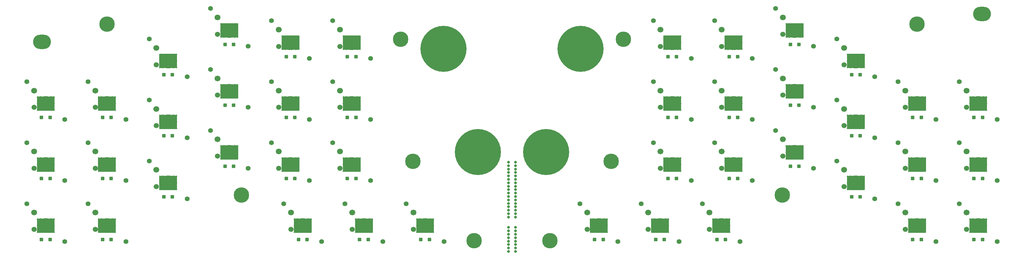
<source format=gbs>
G04 #@! TF.GenerationSoftware,KiCad,Pcbnew,7.0.5-0*
G04 #@! TF.CreationDate,2023-06-04T16:05:39+02:00*
G04 #@! TF.ProjectId,kbd,6b62642e-6b69-4636-9164-5f7063625858,v1.0.0*
G04 #@! TF.SameCoordinates,Original*
G04 #@! TF.FileFunction,Soldermask,Bot*
G04 #@! TF.FilePolarity,Negative*
%FSLAX46Y46*%
G04 Gerber Fmt 4.6, Leading zero omitted, Abs format (unit mm)*
G04 Created by KiCad (PCBNEW 7.0.5-0) date 2023-06-04 16:05:39*
%MOMM*%
%LPD*%
G01*
G04 APERTURE LIST*
G04 Aperture macros list*
%AMRoundRect*
0 Rectangle with rounded corners*
0 $1 Rounding radius*
0 $2 $3 $4 $5 $6 $7 $8 $9 X,Y pos of 4 corners*
0 Add a 4 corners polygon primitive as box body*
4,1,4,$2,$3,$4,$5,$6,$7,$8,$9,$2,$3,0*
0 Add four circle primitives for the rounded corners*
1,1,$1+$1,$2,$3*
1,1,$1+$1,$4,$5*
1,1,$1+$1,$6,$7*
1,1,$1+$1,$8,$9*
0 Add four rect primitives between the rounded corners*
20,1,$1+$1,$2,$3,$4,$5,0*
20,1,$1+$1,$4,$5,$6,$7,0*
20,1,$1+$1,$6,$7,$8,$9,0*
20,1,$1+$1,$8,$9,$2,$3,0*%
G04 Aperture macros list end*
%ADD10C,1.400000*%
%ADD11O,0.400000X4.200000*%
%ADD12O,2.100000X4.200000*%
%ADD13O,5.200000X0.400000*%
%ADD14O,5.200000X4.200000*%
%ADD15C,1.700000*%
%ADD16C,1.500000*%
%ADD17C,0.800000*%
%ADD18C,4.500000*%
%ADD19C,13.400000*%
%ADD20RoundRect,0.300000X0.250000X0.250000X-0.250000X0.250000X-0.250000X-0.250000X0.250000X-0.250000X0*%
G04 APERTURE END LIST*
D10*
G04 #@! TO.C,S13*
X165579992Y-76769836D03*
D11*
X168680000Y-83170000D03*
D12*
X169530000Y-83170000D03*
D13*
X171080000Y-81270000D03*
D14*
X171080000Y-83170000D03*
D13*
X171080000Y-85070000D03*
D12*
X172630000Y-83170000D03*
D11*
X173480000Y-83170000D03*
D10*
X176579992Y-87769836D03*
D15*
X167679992Y-79369836D03*
D16*
X167679992Y-84269836D03*
G04 #@! TD*
D10*
G04 #@! TO.C,S14*
X165579992Y-58999836D03*
D11*
X168680000Y-65400000D03*
D12*
X169530000Y-65400000D03*
D13*
X171080000Y-63500000D03*
D14*
X171080000Y-65400000D03*
D13*
X171080000Y-67300000D03*
D12*
X172630000Y-65400000D03*
D11*
X173480000Y-65400000D03*
D10*
X176579992Y-69999836D03*
D15*
X167679992Y-61599836D03*
D16*
X167679992Y-66499836D03*
G04 #@! TD*
D17*
G04 #@! TO.C,_67*
X155234370Y-92003500D03*
X155711678Y-90851178D03*
X155711678Y-93155822D03*
X156864000Y-90373870D03*
D18*
X156864000Y-92003500D03*
D17*
X156864000Y-93633130D03*
X158016322Y-90851178D03*
X158016322Y-93155822D03*
X158493630Y-92003500D03*
G04 #@! TD*
D10*
G04 #@! TO.C,S34*
X294199992Y-76769836D03*
D11*
X297300000Y-83170000D03*
D12*
X298150000Y-83170000D03*
D13*
X299700000Y-81270000D03*
D14*
X299700000Y-83170000D03*
D13*
X299700000Y-85070000D03*
D12*
X301250000Y-83170000D03*
D11*
X302100000Y-83170000D03*
D10*
X305199992Y-87769836D03*
D15*
X296299992Y-79369836D03*
D16*
X296299992Y-84269836D03*
G04 #@! TD*
D19*
G04 #@! TO.C,_76*
X255275000Y-49460000D03*
G04 #@! TD*
D10*
G04 #@! TO.C,S6*
X112269992Y-58999836D03*
D11*
X115370000Y-65400000D03*
D12*
X116220000Y-65400000D03*
D13*
X117770000Y-63500000D03*
D14*
X117770000Y-65400000D03*
D13*
X117770000Y-67300000D03*
D12*
X119320000Y-65400000D03*
D11*
X120170000Y-65400000D03*
D10*
X123269992Y-69999836D03*
D15*
X114369992Y-61599836D03*
D16*
X114369992Y-66499836D03*
G04 #@! TD*
D10*
G04 #@! TO.C,S7*
X130039992Y-82100836D03*
D11*
X133140000Y-88501000D03*
D12*
X133990000Y-88501000D03*
D13*
X135540000Y-86601000D03*
D14*
X135540000Y-88501000D03*
D13*
X135540000Y-90401000D03*
D12*
X137090000Y-88501000D03*
D11*
X137940000Y-88501000D03*
D10*
X141039992Y-93100836D03*
D15*
X132139992Y-84700836D03*
D16*
X132139992Y-89600836D03*
G04 #@! TD*
D10*
G04 #@! TO.C,S19*
X169133992Y-94539836D03*
D11*
X172234000Y-100940000D03*
D12*
X173084000Y-100940000D03*
D13*
X174634000Y-99040000D03*
D14*
X174634000Y-100940000D03*
D13*
X174634000Y-102840000D03*
D12*
X176184000Y-100940000D03*
D11*
X177034000Y-100940000D03*
D10*
X180133992Y-105539836D03*
D15*
X171233992Y-97139836D03*
D16*
X171233992Y-102039836D03*
G04 #@! TD*
D19*
G04 #@! TO.C,_75*
X245275000Y-79460000D03*
G04 #@! TD*
D17*
G04 #@! TO.C,_71*
X351380370Y-42247500D03*
X351857678Y-41095178D03*
X351857678Y-43399822D03*
X353010000Y-40617870D03*
D18*
X353010000Y-42247500D03*
D17*
X353010000Y-43877130D03*
X354162322Y-41095178D03*
X354162322Y-43399822D03*
X354639630Y-42247500D03*
G04 #@! TD*
D10*
G04 #@! TO.C,S9*
X130039992Y-46560836D03*
D11*
X133140000Y-52961000D03*
D12*
X133990000Y-52961000D03*
D13*
X135540000Y-51061000D03*
D14*
X135540000Y-52961000D03*
D13*
X135540000Y-54861000D03*
D12*
X137090000Y-52961000D03*
D11*
X137940000Y-52961000D03*
D10*
X141039992Y-57560836D03*
D15*
X132139992Y-49160836D03*
D16*
X132139992Y-54060836D03*
G04 #@! TD*
D10*
G04 #@! TO.C,S1*
X94499992Y-94539836D03*
D11*
X97600000Y-100940000D03*
D12*
X98450000Y-100940000D03*
D13*
X100000000Y-99040000D03*
D14*
X100000000Y-100940000D03*
D13*
X100000000Y-102840000D03*
D12*
X101550000Y-100940000D03*
D11*
X102400000Y-100940000D03*
D10*
X105499992Y-105539836D03*
D15*
X96599992Y-97139836D03*
D16*
X96599992Y-102039836D03*
G04 #@! TD*
D10*
G04 #@! TO.C,S11*
X147809992Y-55445836D03*
D11*
X150910000Y-61846000D03*
D12*
X151760000Y-61846000D03*
D13*
X153310000Y-59946000D03*
D14*
X153310000Y-61846000D03*
D13*
X153310000Y-63746000D03*
D12*
X154860000Y-61846000D03*
D11*
X155710000Y-61846000D03*
D10*
X158809992Y-66445836D03*
D15*
X149909992Y-58045836D03*
D16*
X149909992Y-62945836D03*
G04 #@! TD*
D10*
G04 #@! TO.C,S22*
X365279992Y-94539836D03*
D11*
X368380000Y-100940000D03*
D12*
X369230000Y-100940000D03*
D13*
X370780000Y-99040000D03*
D14*
X370780000Y-100940000D03*
D13*
X370780000Y-102840000D03*
D12*
X372330000Y-100940000D03*
D11*
X373180000Y-100940000D03*
D10*
X376279992Y-105539836D03*
D15*
X367379992Y-97139836D03*
D16*
X367379992Y-102039836D03*
G04 #@! TD*
D10*
G04 #@! TO.C,S36*
X294199992Y-41229836D03*
D11*
X297300000Y-47630000D03*
D12*
X298150000Y-47630000D03*
D13*
X299700000Y-45730000D03*
D14*
X299700000Y-47630000D03*
D13*
X299700000Y-49530000D03*
D12*
X301250000Y-47630000D03*
D11*
X302100000Y-47630000D03*
D10*
X305199992Y-52229836D03*
D15*
X296299992Y-43829836D03*
D16*
X296299992Y-48729836D03*
G04 #@! TD*
D10*
G04 #@! TO.C,S12*
X147809992Y-37675836D03*
D11*
X150910000Y-44076000D03*
D12*
X151760000Y-44076000D03*
D13*
X153310000Y-42176000D03*
D14*
X153310000Y-44076000D03*
D13*
X153310000Y-45976000D03*
D12*
X154860000Y-44076000D03*
D11*
X155710000Y-44076000D03*
D10*
X158809992Y-48675836D03*
D15*
X149909992Y-40275836D03*
D16*
X149909992Y-45175836D03*
G04 #@! TD*
D10*
G04 #@! TO.C,S40*
X290645992Y-94539836D03*
D11*
X293746000Y-100940000D03*
D12*
X294596000Y-100940000D03*
D13*
X296146000Y-99040000D03*
D14*
X296146000Y-100940000D03*
D13*
X296146000Y-102840000D03*
D12*
X297696000Y-100940000D03*
D11*
X298546000Y-100940000D03*
D10*
X301645992Y-105539836D03*
D15*
X292745992Y-97139836D03*
D16*
X292745992Y-102039836D03*
G04 #@! TD*
D10*
G04 #@! TO.C,S3*
X94499992Y-58999836D03*
D11*
X97600000Y-65400000D03*
D12*
X98450000Y-65400000D03*
D13*
X100000000Y-63500000D03*
D14*
X100000000Y-65400000D03*
D13*
X100000000Y-67300000D03*
D12*
X101550000Y-65400000D03*
D11*
X102400000Y-65400000D03*
D10*
X105499992Y-69999836D03*
D15*
X96599992Y-61599836D03*
D16*
X96599992Y-66499836D03*
G04 #@! TD*
D10*
G04 #@! TO.C,S15*
X165579992Y-41229836D03*
D11*
X168680000Y-47630000D03*
D12*
X169530000Y-47630000D03*
D13*
X171080000Y-45730000D03*
D14*
X171080000Y-47630000D03*
D13*
X171080000Y-49530000D03*
D12*
X172630000Y-47630000D03*
D11*
X173480000Y-47630000D03*
D10*
X176579992Y-52229836D03*
D15*
X167679992Y-43829836D03*
D16*
X167679992Y-48729836D03*
G04 #@! TD*
D10*
G04 #@! TO.C,S5*
X112269992Y-76769836D03*
D11*
X115370000Y-83170000D03*
D12*
X116220000Y-83170000D03*
D13*
X117770000Y-81270000D03*
D14*
X117770000Y-83170000D03*
D13*
X117770000Y-85070000D03*
D12*
X119320000Y-83170000D03*
D11*
X120170000Y-83170000D03*
D10*
X123269992Y-87769836D03*
D15*
X114369992Y-79369836D03*
D16*
X114369992Y-84269836D03*
G04 #@! TD*
D17*
G04 #@! TO.C,*
X234390000Y-101460000D03*
X234390000Y-102460000D03*
X234390000Y-103460000D03*
X234390000Y-104460000D03*
X234390000Y-105460000D03*
X234390000Y-106460000D03*
X234390000Y-107460000D03*
X234390000Y-108460000D03*
X236390000Y-101460000D03*
X236390000Y-102460000D03*
X236390000Y-103460000D03*
X236390000Y-104460000D03*
X236390000Y-105460000D03*
X236390000Y-106460000D03*
X236390000Y-107460000D03*
X236390000Y-108460000D03*
G04 #@! TD*
D10*
G04 #@! TO.C,S10*
X147809992Y-73215836D03*
D11*
X150910000Y-79616000D03*
D12*
X151760000Y-79616000D03*
D13*
X153310000Y-77716000D03*
D14*
X153310000Y-79616000D03*
D13*
X153310000Y-81516000D03*
D12*
X154860000Y-79616000D03*
D11*
X155710000Y-79616000D03*
D10*
X158809992Y-84215836D03*
D15*
X149909992Y-75815836D03*
D16*
X149909992Y-80715836D03*
G04 #@! TD*
D19*
G04 #@! TO.C,_73*
X225505000Y-79460000D03*
G04 #@! TD*
D10*
G04 #@! TO.C,S30*
X329739992Y-46560836D03*
D11*
X332840000Y-52961000D03*
D12*
X333690000Y-52961000D03*
D13*
X335240000Y-51061000D03*
D14*
X335240000Y-52961000D03*
D13*
X335240000Y-54861000D03*
D12*
X336790000Y-52961000D03*
D11*
X337640000Y-52961000D03*
D10*
X340739992Y-57560836D03*
D15*
X331839992Y-49160836D03*
D16*
X331839992Y-54060836D03*
G04 #@! TD*
D10*
G04 #@! TO.C,S20*
X186903992Y-94539836D03*
D11*
X190004000Y-100940000D03*
D12*
X190854000Y-100940000D03*
D13*
X192404000Y-99040000D03*
D14*
X192404000Y-100940000D03*
D13*
X192404000Y-102840000D03*
D12*
X193954000Y-100940000D03*
D11*
X194804000Y-100940000D03*
D10*
X197903992Y-105539836D03*
D15*
X189003992Y-97139836D03*
D16*
X189003992Y-102039836D03*
G04 #@! TD*
D10*
G04 #@! TO.C,S42*
X255105992Y-94539836D03*
D11*
X258206000Y-100940000D03*
D12*
X259056000Y-100940000D03*
D13*
X260606000Y-99040000D03*
D14*
X260606000Y-100940000D03*
D13*
X260606000Y-102840000D03*
D12*
X262156000Y-100940000D03*
D11*
X263006000Y-100940000D03*
D10*
X266105992Y-105539836D03*
D15*
X257205992Y-97139836D03*
D16*
X257205992Y-102039836D03*
G04 #@! TD*
D14*
G04 #@! TO.C,MCU2*
X371885820Y-39264000D03*
G04 #@! TD*
D10*
G04 #@! TO.C,S28*
X329739992Y-82100836D03*
D11*
X332840000Y-88501000D03*
D12*
X333690000Y-88501000D03*
D13*
X335240000Y-86601000D03*
D14*
X335240000Y-88501000D03*
D13*
X335240000Y-90401000D03*
D12*
X336790000Y-88501000D03*
D11*
X337640000Y-88501000D03*
D10*
X340739992Y-93100836D03*
D15*
X331839992Y-84700836D03*
D16*
X331839992Y-89600836D03*
G04 #@! TD*
D10*
G04 #@! TO.C,S33*
X311969992Y-37675836D03*
D11*
X315070000Y-44076000D03*
D12*
X315920000Y-44076000D03*
D13*
X317470000Y-42176000D03*
D14*
X317470000Y-44076000D03*
D13*
X317470000Y-45976000D03*
D12*
X319020000Y-44076000D03*
D11*
X319870000Y-44076000D03*
D10*
X322969992Y-48675836D03*
D15*
X314069992Y-40275836D03*
D16*
X314069992Y-45175836D03*
G04 #@! TD*
D17*
G04 #@! TO.C,_72*
X312286370Y-92003500D03*
X312763678Y-90851178D03*
X312763678Y-93155822D03*
X313916000Y-90373870D03*
D18*
X313916000Y-92003500D03*
D17*
X313916000Y-93633130D03*
X315068322Y-90851178D03*
X315068322Y-93155822D03*
X315545630Y-92003500D03*
G04 #@! TD*
G04 #@! TO.C,_69*
X266084370Y-46690000D03*
X266561678Y-45537678D03*
X266561678Y-47842322D03*
X267714000Y-45060370D03*
D18*
X267714000Y-46690000D03*
D17*
X267714000Y-48319630D03*
X268866322Y-45537678D03*
X268866322Y-47842322D03*
X269343630Y-46690000D03*
G04 #@! TD*
D10*
G04 #@! TO.C,S32*
X311969992Y-55445836D03*
D11*
X315070000Y-61846000D03*
D12*
X315920000Y-61846000D03*
D13*
X317470000Y-59946000D03*
D14*
X317470000Y-61846000D03*
D13*
X317470000Y-63746000D03*
D12*
X319020000Y-61846000D03*
D11*
X319870000Y-61846000D03*
D10*
X322969992Y-66445836D03*
D15*
X314069992Y-58045836D03*
D16*
X314069992Y-62945836D03*
G04 #@! TD*
D10*
G04 #@! TO.C,S25*
X347509992Y-94539836D03*
D11*
X350610000Y-100940000D03*
D12*
X351460000Y-100940000D03*
D13*
X353010000Y-99040000D03*
D14*
X353010000Y-100940000D03*
D13*
X353010000Y-102840000D03*
D12*
X354560000Y-100940000D03*
D11*
X355410000Y-100940000D03*
D10*
X358509992Y-105539836D03*
D15*
X349609992Y-97139836D03*
D16*
X349609992Y-102039836D03*
G04 #@! TD*
D10*
G04 #@! TO.C,S4*
X112269992Y-94539836D03*
D11*
X115370000Y-100940000D03*
D12*
X116220000Y-100940000D03*
D13*
X117770000Y-99040000D03*
D14*
X117770000Y-100940000D03*
D13*
X117770000Y-102840000D03*
D12*
X119320000Y-100940000D03*
D11*
X120170000Y-100940000D03*
D10*
X123269992Y-105539836D03*
D15*
X114369992Y-97139836D03*
D16*
X114369992Y-102039836D03*
G04 #@! TD*
D10*
G04 #@! TO.C,S21*
X204673992Y-94539836D03*
D11*
X207774000Y-100940000D03*
D12*
X208624000Y-100940000D03*
D13*
X210174000Y-99040000D03*
D14*
X210174000Y-100940000D03*
D13*
X210174000Y-102840000D03*
D12*
X211724000Y-100940000D03*
D11*
X212574000Y-100940000D03*
D10*
X215673992Y-105539836D03*
D15*
X206773992Y-97139836D03*
D16*
X206773992Y-102039836D03*
G04 #@! TD*
D17*
G04 #@! TO.C,_68*
X262530370Y-82230000D03*
X263007678Y-81077678D03*
X263007678Y-83382322D03*
X264160000Y-80600370D03*
D18*
X264160000Y-82230000D03*
D17*
X264160000Y-83859630D03*
X265312322Y-81077678D03*
X265312322Y-83382322D03*
X265789630Y-82230000D03*
G04 #@! TD*
G04 #@! TO.C,_64*
X201436370Y-46690000D03*
X201913678Y-45537678D03*
X201913678Y-47842322D03*
X203066000Y-45060370D03*
D18*
X203066000Y-46690000D03*
D17*
X203066000Y-48319630D03*
X204218322Y-45537678D03*
X204218322Y-47842322D03*
X204695630Y-46690000D03*
G04 #@! TD*
D19*
G04 #@! TO.C,_74*
X215505000Y-49460000D03*
G04 #@! TD*
D17*
G04 #@! TO.C,*
X234390000Y-82460000D03*
X234390000Y-83460000D03*
X234390000Y-84460000D03*
X234390000Y-85460000D03*
X234390000Y-86460000D03*
X234390000Y-87460000D03*
X234390000Y-88460000D03*
X234390000Y-89460000D03*
X234390000Y-90460000D03*
X234390000Y-91460000D03*
X234390000Y-92460000D03*
X234390000Y-93460000D03*
X234390000Y-94460000D03*
X234390000Y-95460000D03*
X234390000Y-96460000D03*
X234390000Y-97460000D03*
X234390000Y-98460000D03*
X236390000Y-82460000D03*
X236390000Y-83460000D03*
X236390000Y-84460000D03*
X236390000Y-85460000D03*
X236390000Y-86460000D03*
X236390000Y-87460000D03*
X236390000Y-88460000D03*
X236390000Y-89460000D03*
X236390000Y-90460000D03*
X236390000Y-91460000D03*
X236390000Y-92460000D03*
X236390000Y-93460000D03*
X236390000Y-94460000D03*
X236390000Y-95460000D03*
X236390000Y-96460000D03*
X236390000Y-97460000D03*
X236390000Y-98460000D03*
G04 #@! TD*
D10*
G04 #@! TO.C,S16*
X183349992Y-76769836D03*
D11*
X186450000Y-83170000D03*
D12*
X187300000Y-83170000D03*
D13*
X188850000Y-81270000D03*
D14*
X188850000Y-83170000D03*
D13*
X188850000Y-85070000D03*
D12*
X190400000Y-83170000D03*
D11*
X191250000Y-83170000D03*
D10*
X194349992Y-87769836D03*
D15*
X185449992Y-79369836D03*
D16*
X185449992Y-84269836D03*
G04 #@! TD*
D17*
G04 #@! TO.C,_66*
X116140370Y-42247500D03*
X116617678Y-41095178D03*
X116617678Y-43399822D03*
X117770000Y-40617870D03*
D18*
X117770000Y-42247500D03*
D17*
X117770000Y-43877130D03*
X118922322Y-41095178D03*
X118922322Y-43399822D03*
X119399630Y-42247500D03*
G04 #@! TD*
D10*
G04 #@! TO.C,S41*
X272875992Y-94539836D03*
D11*
X275976000Y-100940000D03*
D12*
X276826000Y-100940000D03*
D13*
X278376000Y-99040000D03*
D14*
X278376000Y-100940000D03*
D13*
X278376000Y-102840000D03*
D12*
X279926000Y-100940000D03*
D11*
X280776000Y-100940000D03*
D10*
X283875992Y-105539836D03*
D15*
X274975992Y-97139836D03*
D16*
X274975992Y-102039836D03*
G04 #@! TD*
D17*
G04 #@! TO.C,_70*
X244760370Y-105331000D03*
X245237678Y-104178678D03*
X245237678Y-106483322D03*
X246390000Y-103701370D03*
D18*
X246390000Y-105331000D03*
D17*
X246390000Y-106960630D03*
X247542322Y-104178678D03*
X247542322Y-106483322D03*
X248019630Y-105331000D03*
G04 #@! TD*
D14*
G04 #@! TO.C,MCU1*
X98894180Y-47444000D03*
G04 #@! TD*
D10*
G04 #@! TO.C,S23*
X365279992Y-76769836D03*
D11*
X368380000Y-83170000D03*
D12*
X369230000Y-83170000D03*
D13*
X370780000Y-81270000D03*
D14*
X370780000Y-83170000D03*
D13*
X370780000Y-85070000D03*
D12*
X372330000Y-83170000D03*
D11*
X373180000Y-83170000D03*
D10*
X376279992Y-87769836D03*
D15*
X367379992Y-79369836D03*
D16*
X367379992Y-84269836D03*
G04 #@! TD*
D10*
G04 #@! TO.C,S2*
X94499992Y-76769836D03*
D11*
X97600000Y-83170000D03*
D12*
X98450000Y-83170000D03*
D13*
X100000000Y-81270000D03*
D14*
X100000000Y-83170000D03*
D13*
X100000000Y-85070000D03*
D12*
X101550000Y-83170000D03*
D11*
X102400000Y-83170000D03*
D10*
X105499992Y-87769836D03*
D15*
X96599992Y-79369836D03*
D16*
X96599992Y-84269836D03*
G04 #@! TD*
D10*
G04 #@! TO.C,S38*
X276429992Y-58999836D03*
D11*
X279530000Y-65400000D03*
D12*
X280380000Y-65400000D03*
D13*
X281930000Y-63500000D03*
D14*
X281930000Y-65400000D03*
D13*
X281930000Y-67300000D03*
D12*
X283480000Y-65400000D03*
D11*
X284330000Y-65400000D03*
D10*
X287429992Y-69999836D03*
D15*
X278529992Y-61599836D03*
D16*
X278529992Y-66499836D03*
G04 #@! TD*
D10*
G04 #@! TO.C,S27*
X347509992Y-58999836D03*
D11*
X350610000Y-65400000D03*
D12*
X351460000Y-65400000D03*
D13*
X353010000Y-63500000D03*
D14*
X353010000Y-65400000D03*
D13*
X353010000Y-67300000D03*
D12*
X354560000Y-65400000D03*
D11*
X355410000Y-65400000D03*
D10*
X358509992Y-69999836D03*
D15*
X349609992Y-61599836D03*
D16*
X349609992Y-66499836D03*
G04 #@! TD*
D10*
G04 #@! TO.C,S8*
X130039992Y-64330836D03*
D11*
X133140000Y-70731000D03*
D12*
X133990000Y-70731000D03*
D13*
X135540000Y-68831000D03*
D14*
X135540000Y-70731000D03*
D13*
X135540000Y-72631000D03*
D12*
X137090000Y-70731000D03*
D11*
X137940000Y-70731000D03*
D10*
X141039992Y-75330836D03*
D15*
X132139992Y-66930836D03*
D16*
X132139992Y-71830836D03*
G04 #@! TD*
D10*
G04 #@! TO.C,S29*
X329739992Y-64330836D03*
D11*
X332840000Y-70731000D03*
D12*
X333690000Y-70731000D03*
D13*
X335240000Y-68831000D03*
D14*
X335240000Y-70731000D03*
D13*
X335240000Y-72631000D03*
D12*
X336790000Y-70731000D03*
D11*
X337640000Y-70731000D03*
D10*
X340739992Y-75330836D03*
D15*
X331839992Y-66930836D03*
D16*
X331839992Y-71830836D03*
G04 #@! TD*
D10*
G04 #@! TO.C,S35*
X294199992Y-58999836D03*
D11*
X297300000Y-65400000D03*
D12*
X298150000Y-65400000D03*
D13*
X299700000Y-63500000D03*
D14*
X299700000Y-65400000D03*
D13*
X299700000Y-67300000D03*
D12*
X301250000Y-65400000D03*
D11*
X302100000Y-65400000D03*
D10*
X305199992Y-69999836D03*
D15*
X296299992Y-61599836D03*
D16*
X296299992Y-66499836D03*
G04 #@! TD*
D10*
G04 #@! TO.C,S24*
X365279992Y-58999836D03*
D11*
X368380000Y-65400000D03*
D12*
X369230000Y-65400000D03*
D13*
X370780000Y-63500000D03*
D14*
X370780000Y-65400000D03*
D13*
X370780000Y-67300000D03*
D12*
X372330000Y-65400000D03*
D11*
X373180000Y-65400000D03*
D10*
X376279992Y-69999836D03*
D15*
X367379992Y-61599836D03*
D16*
X367379992Y-66499836D03*
G04 #@! TD*
D10*
G04 #@! TO.C,S37*
X276429992Y-76769836D03*
D11*
X279530000Y-83170000D03*
D12*
X280380000Y-83170000D03*
D13*
X281930000Y-81270000D03*
D14*
X281930000Y-83170000D03*
D13*
X281930000Y-85070000D03*
D12*
X283480000Y-83170000D03*
D11*
X284330000Y-83170000D03*
D10*
X287429992Y-87769836D03*
D15*
X278529992Y-79369836D03*
D16*
X278529992Y-84269836D03*
G04 #@! TD*
D17*
G04 #@! TO.C,_65*
X222760370Y-105331000D03*
X223237678Y-104178678D03*
X223237678Y-106483322D03*
X224390000Y-103701370D03*
D18*
X224390000Y-105331000D03*
D17*
X224390000Y-106960630D03*
X225542322Y-104178678D03*
X225542322Y-106483322D03*
X226019630Y-105331000D03*
G04 #@! TD*
D10*
G04 #@! TO.C,S39*
X276429992Y-41229836D03*
D11*
X279530000Y-47630000D03*
D12*
X280380000Y-47630000D03*
D13*
X281930000Y-45730000D03*
D14*
X281930000Y-47630000D03*
D13*
X281930000Y-49530000D03*
D12*
X283480000Y-47630000D03*
D11*
X284330000Y-47630000D03*
D10*
X287429992Y-52229836D03*
D15*
X278529992Y-43829836D03*
D16*
X278529992Y-48729836D03*
G04 #@! TD*
D10*
G04 #@! TO.C,S26*
X347509992Y-76769836D03*
D11*
X350610000Y-83170000D03*
D12*
X351460000Y-83170000D03*
D13*
X353010000Y-81270000D03*
D14*
X353010000Y-83170000D03*
D13*
X353010000Y-85070000D03*
D12*
X354560000Y-83170000D03*
D11*
X355410000Y-83170000D03*
D10*
X358509992Y-87769836D03*
D15*
X349609992Y-79369836D03*
D16*
X349609992Y-84269836D03*
G04 #@! TD*
D10*
G04 #@! TO.C,S18*
X183349992Y-41229836D03*
D11*
X186450000Y-47630000D03*
D12*
X187300000Y-47630000D03*
D13*
X188850000Y-45730000D03*
D14*
X188850000Y-47630000D03*
D13*
X188850000Y-49530000D03*
D12*
X190400000Y-47630000D03*
D11*
X191250000Y-47630000D03*
D10*
X194349992Y-52229836D03*
D15*
X185449992Y-43829836D03*
D16*
X185449992Y-48729836D03*
G04 #@! TD*
D10*
G04 #@! TO.C,S17*
X183349992Y-58999836D03*
D11*
X186450000Y-65400000D03*
D12*
X187300000Y-65400000D03*
D13*
X188850000Y-63500000D03*
D14*
X188850000Y-65400000D03*
D13*
X188850000Y-67300000D03*
D12*
X190400000Y-65400000D03*
D11*
X191250000Y-65400000D03*
D10*
X194349992Y-69999836D03*
D15*
X185449992Y-61599836D03*
D16*
X185449992Y-66499836D03*
G04 #@! TD*
D10*
G04 #@! TO.C,S31*
X311969992Y-73215836D03*
D11*
X315070000Y-79616000D03*
D12*
X315920000Y-79616000D03*
D13*
X317470000Y-77716000D03*
D14*
X317470000Y-79616000D03*
D13*
X317470000Y-81516000D03*
D12*
X319020000Y-79616000D03*
D11*
X319870000Y-79616000D03*
D10*
X322969992Y-84215836D03*
D15*
X314069992Y-75815836D03*
D16*
X314069992Y-80715836D03*
G04 #@! TD*
D17*
G04 #@! TO.C,_63*
X204990370Y-82230000D03*
X205467678Y-81077678D03*
X205467678Y-83382322D03*
X206620000Y-80600370D03*
D18*
X206620000Y-82230000D03*
D17*
X206620000Y-83859630D03*
X207772322Y-81077678D03*
X207772322Y-83382322D03*
X208249630Y-82230000D03*
G04 #@! TD*
D20*
G04 #@! TO.C,D33*
X318720000Y-48136000D03*
X316220000Y-48136000D03*
G04 #@! TD*
G04 #@! TO.C,D5*
X119020000Y-87230000D03*
X116520000Y-87230000D03*
G04 #@! TD*
G04 #@! TO.C,D3*
X101250000Y-69460000D03*
X98750000Y-69460000D03*
G04 #@! TD*
G04 #@! TO.C,D7*
X136790000Y-92561000D03*
X134290000Y-92561000D03*
G04 #@! TD*
G04 #@! TO.C,D20*
X193654000Y-105000000D03*
X191154000Y-105000000D03*
G04 #@! TD*
G04 #@! TO.C,D27*
X354260000Y-69460000D03*
X351760000Y-69460000D03*
G04 #@! TD*
G04 #@! TO.C,D18*
X190100000Y-51690000D03*
X187600000Y-51690000D03*
G04 #@! TD*
G04 #@! TO.C,D35*
X300950000Y-69460000D03*
X298450000Y-69460000D03*
G04 #@! TD*
G04 #@! TO.C,D31*
X318720000Y-83676000D03*
X316220000Y-83676000D03*
G04 #@! TD*
G04 #@! TO.C,D15*
X172330000Y-51690000D03*
X169830000Y-51690000D03*
G04 #@! TD*
G04 #@! TO.C,D24*
X372030000Y-69460000D03*
X369530000Y-69460000D03*
G04 #@! TD*
G04 #@! TO.C,D16*
X190100000Y-87230000D03*
X187600000Y-87230000D03*
G04 #@! TD*
G04 #@! TO.C,D9*
X136790000Y-57021000D03*
X134290000Y-57021000D03*
G04 #@! TD*
G04 #@! TO.C,D34*
X300950000Y-87230000D03*
X298450000Y-87230000D03*
G04 #@! TD*
G04 #@! TO.C,D23*
X372030000Y-87230000D03*
X369530000Y-87230000D03*
G04 #@! TD*
G04 #@! TO.C,D8*
X136790000Y-74791000D03*
X134290000Y-74791000D03*
G04 #@! TD*
G04 #@! TO.C,D21*
X211424000Y-105000000D03*
X208924000Y-105000000D03*
G04 #@! TD*
G04 #@! TO.C,D13*
X172330000Y-87230000D03*
X169830000Y-87230000D03*
G04 #@! TD*
G04 #@! TO.C,D1*
X101250000Y-105000000D03*
X98750000Y-105000000D03*
G04 #@! TD*
G04 #@! TO.C,D4*
X119020000Y-105000000D03*
X116520000Y-105000000D03*
G04 #@! TD*
G04 #@! TO.C,D6*
X119020000Y-69460000D03*
X116520000Y-69460000D03*
G04 #@! TD*
G04 #@! TO.C,D14*
X172330000Y-69460000D03*
X169830000Y-69460000D03*
G04 #@! TD*
G04 #@! TO.C,D29*
X336490000Y-74791000D03*
X333990000Y-74791000D03*
G04 #@! TD*
G04 #@! TO.C,D25*
X354260000Y-105000000D03*
X351760000Y-105000000D03*
G04 #@! TD*
G04 #@! TO.C,D30*
X336490000Y-57021000D03*
X333990000Y-57021000D03*
G04 #@! TD*
G04 #@! TO.C,D22*
X372030000Y-105000000D03*
X369530000Y-105000000D03*
G04 #@! TD*
G04 #@! TO.C,D32*
X318720000Y-65906000D03*
X316220000Y-65906000D03*
G04 #@! TD*
G04 #@! TO.C,D10*
X154560000Y-83676000D03*
X152060000Y-83676000D03*
G04 #@! TD*
G04 #@! TO.C,D19*
X175884000Y-105000000D03*
X173384000Y-105000000D03*
G04 #@! TD*
G04 #@! TO.C,D37*
X283180000Y-87230000D03*
X280680000Y-87230000D03*
G04 #@! TD*
G04 #@! TO.C,D38*
X283180000Y-69460000D03*
X280680000Y-69460000D03*
G04 #@! TD*
G04 #@! TO.C,D39*
X283180000Y-51690000D03*
X280680000Y-51690000D03*
G04 #@! TD*
G04 #@! TO.C,D40*
X297396000Y-105000000D03*
X294896000Y-105000000D03*
G04 #@! TD*
G04 #@! TO.C,D26*
X354260000Y-87230000D03*
X351760000Y-87230000D03*
G04 #@! TD*
G04 #@! TO.C,D12*
X154560000Y-48136000D03*
X152060000Y-48136000D03*
G04 #@! TD*
G04 #@! TO.C,D36*
X300950000Y-51690000D03*
X298450000Y-51690000D03*
G04 #@! TD*
G04 #@! TO.C,D2*
X101250000Y-87230000D03*
X98750000Y-87230000D03*
G04 #@! TD*
G04 #@! TO.C,D42*
X261856000Y-105000000D03*
X259356000Y-105000000D03*
G04 #@! TD*
G04 #@! TO.C,D17*
X190100000Y-69460000D03*
X187600000Y-69460000D03*
G04 #@! TD*
G04 #@! TO.C,D41*
X279626000Y-105000000D03*
X277126000Y-105000000D03*
G04 #@! TD*
G04 #@! TO.C,D28*
X336490000Y-92561000D03*
X333990000Y-92561000D03*
G04 #@! TD*
G04 #@! TO.C,D11*
X154560000Y-65906000D03*
X152060000Y-65906000D03*
G04 #@! TD*
M02*

</source>
